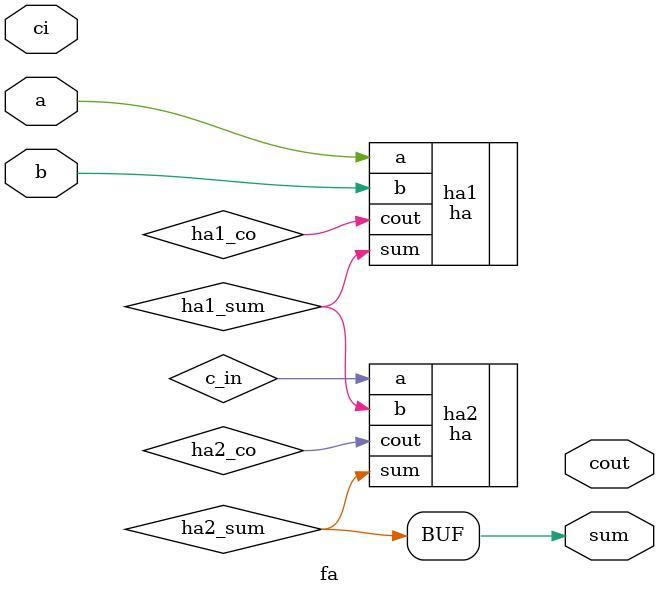
<source format=v>
module fa(input a,
          input b,
          input ci,
          output sum,
          output cout);

    wire ha1_co,ha1_sum;
    wire ha2_co,ha2_sum;

    ha ha1(.a(a),.b(b),.cout(ha1_co),.sum(ha1_sum));
    ha ha2(.a(c_in),.b(ha1_sum),.cout(ha2_co),.sum(ha2_sum));

    assign sum = ha2_sum;
    assign c_out = ha1_co | ha2_co ;

endmodule

</source>
